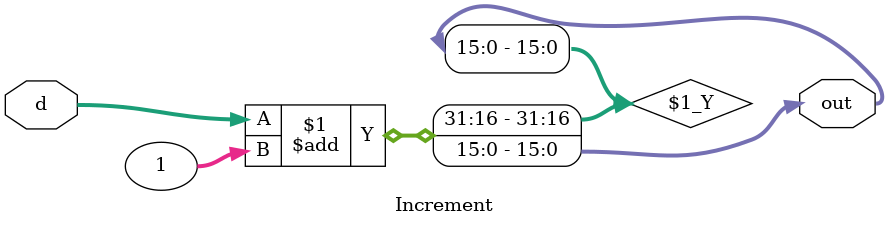
<source format=v>
module Alu #(parameter WIDTH = 16)
            (input [1:0] aluk,
             input [WIDTH-1:0] a,
             input [WIDTH-1:0] b,
             output reg [WIDTH-1:0] out = 16'h0000);

    always@(*)
        begin
            case (aluk)
            2'b00:   // ADD
                out = a + b;
            2'b01:   // AND
                out = a & b;
            2'b10:   // NOT
                out = ~a;
            2'b11: // PASSA
                out = a;
            endcase
        end
endmodule

module Adder #(parameter WIDTH = 16) 
              (input [WIDTH-1:0] d0,
               input [WIDTH-1:0] d1,
               output [WIDTH-1:0] out);
    assign out = d0 + d1;
endmodule

module Increment(input [15:0] d,
                    output [15:0] out);
    assign out = d + 1;
endmodule 
</source>
